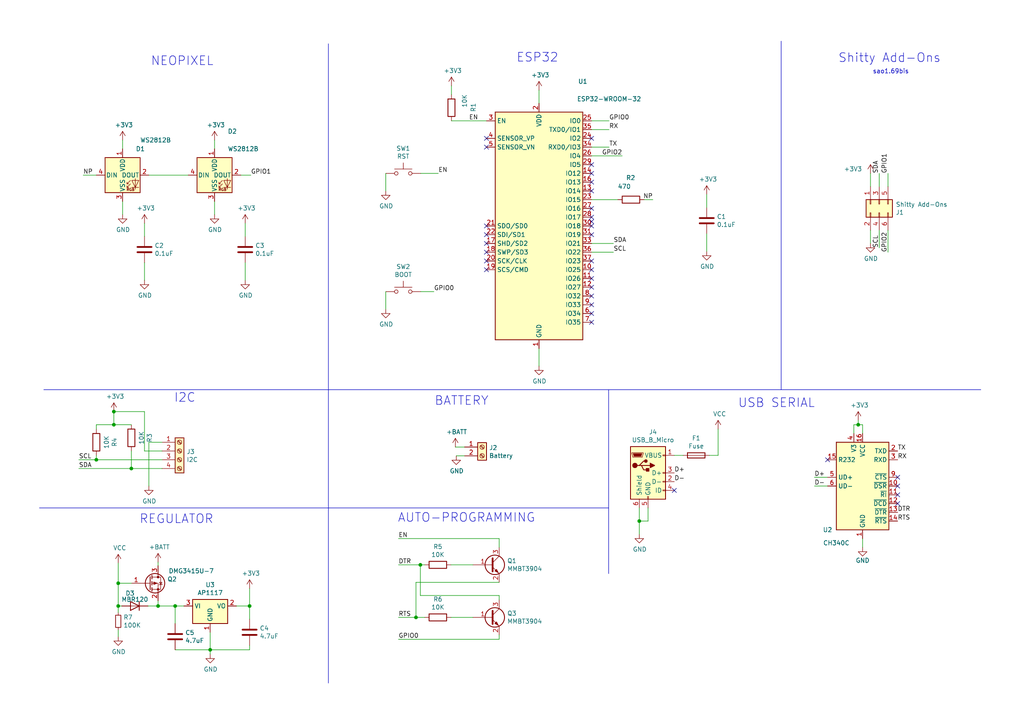
<source format=kicad_sch>
(kicad_sch (version 20230121) (generator eeschema)
  (paper "A4")
  (title_block (title "OWASP badge") (date "2020-01-09") (rev "1.0") (company "Electronic Cats") (comment 1 "Montserrat Figueroa"))
  (lib_symbols
    (symbol "Badge-OWASP-2020-rescue:+3.3V-power" (power) (pin_names (offset 0))
      (property "Value" "+3.3V-power" (at 0 3.556 0))
      (symbol "+3.3V-power_0_1"
        (polyline (pts (xy -0.762 1.27) (xy 0 2.54)))
        (polyline (pts (xy 0 0) (xy 0 2.54)))
        (polyline (pts (xy 0 2.54) (xy 0.762 1.27)))
      )
      (symbol "+3.3V-power_1_1"
        (pin power_in line (at 0 0 90) (length 0) hide (name "+3V3") (number "1"))
      )
    )
    (symbol "Badge-OWASP-2020-rescue:CH340C-Interface_USB2"
      (property "Reference" "U" (at -5.08 13.97 0))
      (property "Value" "CH340C-Interface_USB2" (at 1.27 13.97 0))
      (symbol "CH340C-Interface_USB2_0_1"
        (rectangle (start -7.62 12.7) (end 7.62 -12.7) (stroke (width 0.254)) (fill (type background)))
      )
      (symbol "CH340C-Interface_USB2_1_1"
        (pin power_in line (at 0 -15.24 90) (length 2.54) (name "GND") (number "1"))
        (pin input line (at 10.16 0 180) (length 2.54) (name "~{DSR}") (number "10"))
        (pin input line (at 10.16 -2.54 180) (length 2.54) (name "~{RI}") (number "11"))
        (pin input line (at 10.16 -5.08 180) (length 2.54) (name "~{DCD}") (number "12"))
        (pin output line (at 10.16 -7.62 180) (length 2.54) (name "~{DTR}") (number "13"))
        (pin output line (at 10.16 -10.16 180) (length 2.54) (name "~{RTS}") (number "14"))
        (pin input line (at -10.16 7.62 0) (length 2.54) (name "R232") (number "15"))
        (pin power_in line (at 0 15.24 270) (length 2.54) (name "VCC") (number "16"))
        (pin output line (at 10.16 10.16 180) (length 2.54) (name "TXD") (number "2"))
        (pin input line (at 10.16 7.62 180) (length 2.54) (name "RXD") (number "3"))
        (pin passive line (at -2.54 15.24 270) (length 2.54) (name "V3") (number "4"))
        (pin bidirectional line (at -10.16 2.54 0) (length 2.54) (name "UD+") (number "5"))
        (pin bidirectional line (at -10.16 0 0) (length 2.54) (name "UD-") (number "6"))
        (pin input line (at 10.16 2.54 180) (length 2.54) (name "~{CTS}") (number "9"))
      )
    )
    (symbol "Badge-OWASP-2020-rescue:DMG2301L-Transistor_FET" (pin_names (offset 0) hide)
      (property "Reference" "Q" (at 5.08 1.905 0))
      (property "Value" "DMG2301L-Transistor_FET" (at 5.08 0 0))
      (symbol "DMG2301L-Transistor_FET_0_1"
        (polyline (pts (xy -2.54 0) (xy 0.254 0)))
        (polyline (pts (xy 0.762 -1.778) (xy 2.54 -1.778)))
        (polyline (pts (xy 0.762 -1.27) (xy 0.762 -2.286)) (stroke (width 0.254)))
        (polyline (pts (xy 0.762 0) (xy 2.54 0)))
        (polyline (pts (xy 0.762 0.508) (xy 0.762 -0.508)) (stroke (width 0.254)))
        (polyline (pts (xy 0.762 1.778) (xy 2.54 1.778)))
        (polyline (pts (xy 0.762 2.286) (xy 0.762 1.27)) (stroke (width 0.254)))
        (polyline (pts (xy 2.54 -1.778) (xy 2.54 -2.54)))
        (polyline (pts (xy 2.54 -1.778) (xy 2.54 0)))
        (polyline (pts (xy 2.54 2.54) (xy 2.54 1.778)))
        (polyline (pts (xy 0.254 1.905) (xy 0.254 -1.905) (xy 0.254 -1.905)) (stroke (width 0.254)))
        (polyline (pts (xy 2.286 0) (xy 1.27 -0.381) (xy 1.27 0.381) (xy 2.286 0)) (fill (type outline)))
        (polyline (pts (xy 2.54 -1.778) (xy 3.302 -1.778) (xy 3.302 1.778) (xy 2.54 1.778)))
        (polyline (pts (xy 2.794 -0.508) (xy 2.921 -0.381) (xy 3.683 -0.381) (xy 3.81 -0.254)))
        (polyline (pts (xy 3.302 -0.381) (xy 2.921 0.254) (xy 3.683 0.254) (xy 3.302 -0.381)))
        (circle (center 1.651 0) (radius 2.8194) (stroke (width 0.254)))
        (circle (center 2.54 -1.778) (radius 0.2794) (fill (type outline)))
        (circle (center 2.54 1.778) (radius 0.2794) (fill (type outline)))
      )
      (symbol "DMG2301L-Transistor_FET_1_1"
        (pin input line (at -5.08 0 0) (length 2.54) (name "G") (number "1"))
        (pin passive line (at 2.54 -5.08 90) (length 2.54) (name "S") (number "2"))
        (pin passive line (at 2.54 5.08 270) (length 2.54) (name "D") (number "3"))
      )
    )
    (symbol "Badge-OWASP-2020-rescue:USB_B_Micro-Connector" (pin_names (offset 1.016))
      (property "Reference" "J" (at -5.08 11.43 0))
      (property "Value" "Connector_USB_B_Micro" (at -5.08 8.89 0))
      (symbol "USB_B_Micro-Connector_0_1"
        (rectangle (start -5.08 -7.62) (end 5.08 7.62) (stroke (width 0.254)) (fill (type background)))
        (circle (center -3.81 2.159) (radius 0.635) (stroke (width 0.254)) (fill (type outline)))
        (circle (center -0.635 3.429) (radius 0.381) (stroke (width 0.254)) (fill (type outline)))
        (rectangle (start -0.127 -7.62) (end 0.127 -6.858))
        (polyline (pts (xy -1.905 2.159) (xy 0.635 2.159)) (stroke (width 0.254)))
        (polyline (pts (xy -3.175 2.159) (xy -2.54 2.159) (xy -1.27 3.429) (xy -0.635 3.429)) (stroke (width 0.254)))
        (polyline (pts (xy -2.54 2.159) (xy -1.905 2.159) (xy -1.27 0.889) (xy 0 0.889)) (stroke (width 0.254)))
        (polyline (pts (xy 0.635 2.794) (xy 0.635 1.524) (xy 1.905 2.159) (xy 0.635 2.794)) (stroke (width 0.254)) (fill (type outline)))
        (polyline (pts (xy -4.318 5.588) (xy -1.778 5.588) (xy -2.032 4.826) (xy -4.064 4.826) (xy -4.318 5.588)) (fill (type outline)))
        (polyline (pts (xy -4.699 5.842) (xy -4.699 5.588) (xy -4.445 4.826) (xy -4.445 4.572) (xy -1.651 4.572) (xy -1.651 4.826) (xy -1.397 5.588) (xy -1.397 5.842) (xy -4.699 5.842)))
        (rectangle (start 0.254 1.27) (end -0.508 0.508) (stroke (width 0.254)) (fill (type outline)))
        (rectangle (start 5.08 -5.207) (end 4.318 -4.953))
        (rectangle (start 5.08 -2.667) (end 4.318 -2.413))
        (rectangle (start 5.08 -0.127) (end 4.318 0.127))
        (rectangle (start 5.08 4.953) (end 4.318 5.207))
      )
      (symbol "USB_B_Micro-Connector_1_1"
        (pin power_out line (at 7.62 5.08 180) (length 2.54) (name "VBUS") (number "1"))
        (pin passive line (at 7.62 -2.54 180) (length 2.54) (name "D-") (number "2"))
        (pin passive line (at 7.62 0 180) (length 2.54) (name "D+") (number "3"))
        (pin passive line (at 7.62 -5.08 180) (length 2.54) (name "ID") (number "4"))
        (pin power_out line (at 0 -10.16 90) (length 2.54) (name "GND") (number "5"))
        (pin passive line (at -2.54 -10.16 90) (length 2.54) (name "Shield") (number "6"))
      )
    )
    (symbol "Connector:Screw_Terminal_01x02" (pin_names (offset 1.016) hide)
      (property "Reference" "J" (at 0 2.54 0))
      (property "Value" "Screw_Terminal_01x02" (at 0 -5.08 0))
      (symbol "Screw_Terminal_01x02_1_1"
        (rectangle (start -1.27 1.27) (end 1.27 -3.81) (stroke (width 0.254)) (fill (type background)))
        (circle (center 0 -2.54) (radius 0.635) (stroke (width 0.1524)))
        (polyline (pts (xy -0.5334 -2.2098) (xy 0.3302 -3.048)) (stroke (width 0.1524)))
        (polyline (pts (xy -0.5334 0.3302) (xy 0.3302 -0.508)) (stroke (width 0.1524)))
        (polyline (pts (xy -0.3556 -2.032) (xy 0.508 -2.8702)) (stroke (width 0.1524)))
        (polyline (pts (xy -0.3556 0.508) (xy 0.508 -0.3302)) (stroke (width 0.1524)))
        (circle (center 0 0) (radius 0.635) (stroke (width 0.1524)))
        (pin passive line (at -5.08 0 0) (length 3.81) (name "Pin_1") (number "1"))
        (pin passive line (at -5.08 -2.54 0) (length 3.81) (name "Pin_2") (number "2"))
      )
    )
    (symbol "Connector:Screw_Terminal_01x04" (pin_names (offset 1.016) hide)
      (property "Reference" "J" (at 0 5.08 0))
      (property "Value" "Screw_Terminal_01x04" (at 0 -7.62 0))
      (symbol "Screw_Terminal_01x04_1_1"
        (rectangle (start -1.27 3.81) (end 1.27 -6.35) (stroke (width 0.254)) (fill (type background)))
        (circle (center 0 -5.08) (radius 0.635) (stroke (width 0.1524)))
        (circle (center 0 -2.54) (radius 0.635) (stroke (width 0.1524)))
        (polyline (pts (xy -0.5334 -4.7498) (xy 0.3302 -5.588)) (stroke (width 0.1524)))
        (polyline (pts (xy -0.5334 -2.2098) (xy 0.3302 -3.048)) (stroke (width 0.1524)))
        (polyline (pts (xy -0.5334 0.3302) (xy 0.3302 -0.508)) (stroke (width 0.1524)))
        (polyline (pts (xy -0.5334 2.8702) (xy 0.3302 2.032)) (stroke (width 0.1524)))
        (polyline (pts (xy -0.3556 -4.572) (xy 0.508 -5.4102)) (stroke (width 0.1524)))
        (polyline (pts (xy -0.3556 -2.032) (xy 0.508 -2.8702)) (stroke (width 0.1524)))
        (polyline (pts (xy -0.3556 0.508) (xy 0.508 -0.3302)) (stroke (width 0.1524)))
        (polyline (pts (xy -0.3556 3.048) (xy 0.508 2.2098)) (stroke (width 0.1524)))
        (circle (center 0 0) (radius 0.635) (stroke (width 0.1524)))
        (circle (center 0 2.54) (radius 0.635) (stroke (width 0.1524)))
        (pin passive line (at -5.08 2.54 0) (length 3.81) (name "Pin_1") (number "1"))
        (pin passive line (at -5.08 0 0) (length 3.81) (name "Pin_2") (number "2"))
        (pin passive line (at -5.08 -2.54 0) (length 3.81) (name "Pin_3") (number "3"))
        (pin passive line (at -5.08 -5.08 0) (length 3.81) (name "Pin_4") (number "4"))
      )
    )
    (symbol "Connector_Generic:Conn_02x03_Odd_Even" (pin_names (offset 1.016) hide)
      (property "Reference" "J" (at 1.27 5.08 0))
      (property "Value" "Conn_02x03_Odd_Even" (at 1.27 -5.08 0))
      (symbol "Conn_02x03_Odd_Even_1_1"
        (rectangle (start -1.27 -2.413) (end 0 -2.667) (stroke (width 0.1524)))
        (rectangle (start -1.27 0.127) (end 0 -0.127) (stroke (width 0.1524)))
        (rectangle (start -1.27 2.667) (end 0 2.413) (stroke (width 0.1524)))
        (rectangle (start -1.27 3.81) (end 3.81 -3.81) (stroke (width 0.254)) (fill (type background)))
        (rectangle (start 3.81 -2.413) (end 2.54 -2.667) (stroke (width 0.1524)))
        (rectangle (start 3.81 0.127) (end 2.54 -0.127) (stroke (width 0.1524)))
        (rectangle (start 3.81 2.667) (end 2.54 2.413) (stroke (width 0.1524)))
        (pin passive line (at -5.08 2.54 0) (length 3.81) (name "Pin_1") (number "1"))
        (pin passive line (at 7.62 2.54 180) (length 3.81) (name "Pin_2") (number "2"))
        (pin passive line (at -5.08 0 0) (length 3.81) (name "Pin_3") (number "3"))
        (pin passive line (at 7.62 0 180) (length 3.81) (name "Pin_4") (number "4"))
        (pin passive line (at -5.08 -2.54 0) (length 3.81) (name "Pin_5") (number "5"))
        (pin passive line (at 7.62 -2.54 180) (length 3.81) (name "Pin_6") (number "6"))
      )
    )
    (symbol "Device:C" (pin_numbers hide) (pin_names (offset 0.254))
      (property "Reference" "C" (at 0.635 2.54 0))
      (property "Value" "C" (at 0.635 -2.54 0))
      (symbol "C_0_1"
        (polyline (pts (xy -2.032 -0.762) (xy 2.032 -0.762)) (stroke (width 0.508)))
        (polyline (pts (xy -2.032 0.762) (xy 2.032 0.762)) (stroke (width 0.508)))
      )
      (symbol "C_1_1"
        (pin passive line (at 0 3.81 270) (length 2.794) (name "~") (number "1"))
        (pin passive line (at 0 -3.81 90) (length 2.794) (name "~") (number "2"))
      )
    )
    (symbol "Device:D" (pin_numbers hide) (pin_names (offset 1.016) hide)
      (property "Reference" "D" (at 0 2.54 0))
      (property "Value" "D" (at 0 -2.54 0))
      (symbol "D_0_1"
        (polyline (pts (xy -1.27 1.27) (xy -1.27 -1.27)) (stroke (width 0.254)))
        (polyline (pts (xy 1.27 0) (xy -1.27 0)))
        (polyline (pts (xy 1.27 1.27) (xy 1.27 -1.27) (xy -1.27 0) (xy 1.27 1.27)) (stroke (width 0.254)))
      )
      (symbol "D_1_1"
        (pin passive line (at -3.81 0 0) (length 2.54) (name "K") (number "1"))
        (pin passive line (at 3.81 0 180) (length 2.54) (name "A") (number "2"))
      )
    )
    (symbol "Device:Fuse" (pin_numbers hide) (pin_names (offset 0))
      (property "Reference" "F" (at 2.032 0 90))
      (property "Value" "Fuse" (at -1.905 0 90))
      (symbol "Fuse_0_1"
        (rectangle (start -0.762 -2.54) (end 0.762 2.54) (stroke (width 0.254)))
        (polyline (pts (xy 0 2.54) (xy 0 -2.54)))
      )
      (symbol "Fuse_1_1"
        (pin passive line (at 0 3.81 270) (length 1.27) (name "~") (number "1"))
        (pin passive line (at 0 -3.81 90) (length 1.27) (name "~") (number "2"))
      )
    )
    (symbol "Device:R" (pin_numbers hide) (pin_names (offset 0))
      (property "Reference" "R" (at 2.032 0 90))
      (property "Value" "R" (at 0 0 90))
      (symbol "R_0_1"
        (rectangle (start -1.016 -2.54) (end 1.016 2.54) (stroke (width 0.254)))
      )
      (symbol "R_1_1"
        (pin passive line (at 0 3.81 270) (length 1.27) (name "~") (number "1"))
        (pin passive line (at 0 -3.81 90) (length 1.27) (name "~") (number "2"))
      )
    )
    (symbol "Device:R_Small" (pin_numbers hide) (pin_names (offset 0.254) hide)
      (property "Reference" "R" (at 0.762 0.508 0))
      (property "Value" "R_Small" (at 0.762 -1.016 0))
      (symbol "R_Small_0_1"
        (rectangle (start -0.762 1.778) (end 0.762 -1.778) (stroke (width 0.2032)))
      )
      (symbol "R_Small_1_1"
        (pin passive line (at 0 2.54 270) (length 0.762) (name "~") (number "1"))
        (pin passive line (at 0 -2.54 90) (length 0.762) (name "~") (number "2"))
      )
    )
    (symbol "LED:WS2812B" (pin_names (offset 0.254))
      (property "Reference" "D" (at 5.08 5.715 0))
      (property "Value" "WS2812B" (at 1.27 -5.715 0))
      (symbol "WS2812B_0_0"
        (text "RGB" (at 2.286 -4.191 0) (effects (font (size 0.762 0.762))))
      )
      (symbol "WS2812B_0_1"
        (polyline (pts (xy 1.27 -3.556) (xy 1.778 -3.556)))
        (polyline (pts (xy 1.27 -2.54) (xy 1.778 -2.54)))
        (polyline (pts (xy 4.699 -3.556) (xy 2.667 -3.556)))
        (polyline (pts (xy 2.286 -2.54) (xy 1.27 -3.556) (xy 1.27 -3.048)))
        (polyline (pts (xy 2.286 -1.524) (xy 1.27 -2.54) (xy 1.27 -2.032)))
        (polyline (pts (xy 3.683 -1.016) (xy 3.683 -3.556) (xy 3.683 -4.064)))
        (polyline (pts (xy 4.699 -1.524) (xy 2.667 -1.524) (xy 3.683 -3.556) (xy 4.699 -1.524)))
        (rectangle (start 5.08 5.08) (end -5.08 -5.08) (stroke (width 0.254)) (fill (type background)))
      )
      (symbol "WS2812B_1_1"
        (pin power_in line (at 0 7.62 270) (length 2.54) (name "VDD") (number "1"))
        (pin output line (at 7.62 0 180) (length 2.54) (name "DOUT") (number "2"))
        (pin power_in line (at 0 -7.62 90) (length 2.54) (name "VSS") (number "3"))
        (pin input line (at -7.62 0 0) (length 2.54) (name "DIN") (number "4"))
      )
    )
    (symbol "RF_Module:ESP32-WROOM-32"
      (property "Reference" "U" (at -12.7 34.29 0))
      (property "Value" "ESP32-WROOM-32" (at 1.27 34.29 0))
      (symbol "ESP32-WROOM-32_0_1"
        (rectangle (start -12.7 33.02) (end 12.7 -33.02) (stroke (width 0.254)) (fill (type background)))
      )
      (symbol "ESP32-WROOM-32_1_1"
        (pin power_in line (at 0 -35.56 90) (length 2.54) (name "GND") (number "1"))
        (pin bidirectional line (at 15.24 -12.7 180) (length 2.54) (name "IO25") (number "10"))
        (pin bidirectional line (at 15.24 -15.24 180) (length 2.54) (name "IO26") (number "11"))
        (pin bidirectional line (at 15.24 -17.78 180) (length 2.54) (name "IO27") (number "12"))
        (pin bidirectional line (at 15.24 10.16 180) (length 2.54) (name "IO14") (number "13"))
        (pin bidirectional line (at 15.24 15.24 180) (length 2.54) (name "IO12") (number "14"))
        (pin passive line (at 0 -35.56 90) (length 2.54) hide (name "GND") (number "15"))
        (pin bidirectional line (at 15.24 12.7 180) (length 2.54) (name "IO13") (number "16"))
        (pin bidirectional line (at -15.24 -5.08 0) (length 2.54) (name "SHD/SD2") (number "17"))
        (pin bidirectional line (at -15.24 -7.62 0) (length 2.54) (name "SWP/SD3") (number "18"))
        (pin bidirectional line (at -15.24 -12.7 0) (length 2.54) (name "SCS/CMD") (number "19"))
        (pin power_in line (at 0 35.56 270) (length 2.54) (name "VDD") (number "2"))
        (pin bidirectional line (at -15.24 -10.16 0) (length 2.54) (name "SCK/CLK") (number "20"))
        (pin bidirectional line (at -15.24 0 0) (length 2.54) (name "SDO/SD0") (number "21"))
        (pin bidirectional line (at -15.24 -2.54 0) (length 2.54) (name "SDI/SD1") (number "22"))
        (pin bidirectional line (at 15.24 7.62 180) (length 2.54) (name "IO15") (number "23"))
        (pin bidirectional line (at 15.24 25.4 180) (length 2.54) (name "IO2") (number "24"))
        (pin bidirectional line (at 15.24 30.48 180) (length 2.54) (name "IO0") (number "25"))
        (pin bidirectional line (at 15.24 20.32 180) (length 2.54) (name "IO4") (number "26"))
        (pin bidirectional line (at 15.24 5.08 180) (length 2.54) (name "IO16") (number "27"))
        (pin bidirectional line (at 15.24 2.54 180) (length 2.54) (name "IO17") (number "28"))
        (pin bidirectional line (at 15.24 17.78 180) (length 2.54) (name "IO5") (number "29"))
        (pin input line (at -15.24 30.48 0) (length 2.54) (name "EN") (number "3"))
        (pin bidirectional line (at 15.24 0 180) (length 2.54) (name "IO18") (number "30"))
        (pin bidirectional line (at 15.24 -2.54 180) (length 2.54) (name "IO19") (number "31"))
        (pin no_connect line (at -12.7 -27.94 0) (length 2.54) hide (name "NC") (number "32"))
        (pin bidirectional line (at 15.24 -5.08 180) (length 2.54) (name "IO21") (number "33"))
        (pin bidirectional line (at 15.24 22.86 180) (length 2.54) (name "RXD0/IO3") (number "34"))
        (pin bidirectional line (at 15.24 27.94 180) (length 2.54) (name "TXD0/IO1") (number "35"))
        (pin bidirectional line (at 15.24 -7.62 180) (length 2.54) (name "IO22") (number "36"))
        (pin bidirectional line (at 15.24 -10.16 180) (length 2.54) (name "IO23") (number "37"))
        (pin passive line (at 0 -35.56 90) (length 2.54) hide (name "GND") (number "38"))
        (pin passive line (at 0 -35.56 90) (length 2.54) hide (name "GND") (number "39"))
        (pin input line (at -15.24 25.4 0) (length 2.54) (name "SENSOR_VP") (number "4"))
        (pin input line (at -15.24 22.86 0) (length 2.54) (name "SENSOR_VN") (number "5"))
        (pin input line (at 15.24 -25.4 180) (length 2.54) (name "IO34") (number "6"))
        (pin input line (at 15.24 -27.94 180) (length 2.54) (name "IO35") (number "7"))
        (pin bidirectional line (at 15.24 -20.32 180) (length 2.54) (name "IO32") (number "8"))
        (pin bidirectional line (at 15.24 -22.86 180) (length 2.54) (name "IO33") (number "9"))
      )
    )
    (symbol "Regulator_Linear:AP1117-15"
      (property "Reference" "U" (at -3.81 3.175 0))
      (property "Value" "AP1117-15" (at 0 3.175 0))
      (symbol "AP1117-15_0_1"
        (rectangle (start -5.08 -5.08) (end 5.08 1.905) (stroke (width 0.254)) (fill (type background)))
      )
      (symbol "AP1117-15_1_1"
        (pin power_in line (at 0 -7.62 90) (length 2.54) (name "GND") (number "1"))
        (pin power_out line (at 7.62 0 180) (length 2.54) (name "VO") (number "2"))
        (pin power_in line (at -7.62 0 0) (length 2.54) (name "VI") (number "3"))
      )
    )
    (symbol "Switch:SW_Push" (pin_numbers hide) (pin_names (offset 1.016) hide)
      (property "Reference" "SW" (at 1.27 2.54 0))
      (property "Value" "SW_Push" (at 0 -1.524 0))
      (symbol "SW_Push_0_1"
        (circle (center -2.032 0) (radius 0.508))
        (polyline (pts (xy 0 1.27) (xy 0 3.048)))
        (polyline (pts (xy 2.54 1.27) (xy -2.54 1.27)))
        (circle (center 2.032 0) (radius 0.508))
        (pin passive line (at -5.08 0 0) (length 2.54) (name "1") (number "1"))
        (pin passive line (at 5.08 0 180) (length 2.54) (name "2") (number "2"))
      )
    )
    (symbol "Transistor_BJT:MMBT3904" (pin_names (offset 0) hide)
      (property "Reference" "Q" (at 5.08 1.905 0))
      (property "Value" "MMBT3904" (at 5.08 0 0))
      (symbol "MMBT3904_0_1"
        (polyline (pts (xy 0.635 0.635) (xy 2.54 2.54)))
        (polyline (pts (xy 0.635 -0.635) (xy 2.54 -2.54) (xy 2.54 -2.54)))
        (polyline (pts (xy 0.635 1.905) (xy 0.635 -1.905) (xy 0.635 -1.905)) (stroke (width 0.508)))
        (polyline (pts (xy 1.27 -1.778) (xy 1.778 -1.27) (xy 2.286 -2.286) (xy 1.27 -1.778) (xy 1.27 -1.778)) (fill (type outline)))
        (circle (center 1.27 0) (radius 2.8194) (stroke (width 0.254)))
      )
      (symbol "MMBT3904_1_1"
        (pin input line (at -5.08 0 0) (length 5.715) (name "B") (number "1"))
        (pin passive line (at 2.54 -5.08 90) (length 2.54) (name "E") (number "2"))
        (pin passive line (at 2.54 5.08 270) (length 2.54) (name "C") (number "3"))
      )
    )
    (symbol "power:+BATT" (power) (pin_names (offset 0))
      (property "Value" "+BATT" (at 0 3.556 0))
      (symbol "+BATT_0_1"
        (polyline (pts (xy -0.762 1.27) (xy 0 2.54)))
        (polyline (pts (xy 0 0) (xy 0 2.54)))
        (polyline (pts (xy 0 2.54) (xy 0.762 1.27)))
      )
      (symbol "+BATT_1_1"
        (pin power_in line (at 0 0 90) (length 0) hide (name "+BATT") (number "1"))
      )
    )
    (symbol "power:GND" (power) (pin_names (offset 0))
      (property "Value" "GND" (at 0 -3.81 0))
      (symbol "GND_0_1"
        (polyline (pts (xy 0 0) (xy 0 -1.27) (xy 1.27 -1.27) (xy 0 -2.54) (xy -1.27 -1.27) (xy 0 -1.27)))
      )
      (symbol "GND_1_1"
        (pin power_in line (at 0 0 270) (length 0) hide (name "GND") (number "1"))
      )
    )
    (symbol "power:VCC" (power) (pin_names (offset 0))
      (property "Value" "VCC" (at 0 3.81 0))
      (symbol "VCC_0_1"
        (polyline (pts (xy -0.762 1.27) (xy 0 2.54)))
        (polyline (pts (xy 0 0) (xy 0 2.54)))
        (polyline (pts (xy 0 2.54) (xy 0.762 1.27)))
      )
      (symbol "VCC_1_1"
        (pin power_in line (at 0 0 90) (length 0) hide (name "VCC") (number "1"))
      )
    )
  )
  (junction (at 34.29 175.768))
  (junction (at 34.29 169.164))
  (junction (at 33.02 119.38))
  (junction (at 60.96 188.468))
  (junction (at 121.92 163.83))
  (junction (at 45.847 175.768))
  (junction (at 185.42 151.13))
  (junction (at 50.8 175.768))
  (junction (at 27.94 133.35))
  (junction (at 33.02 123.19))
  (junction (at 120.65 179.07))
  (junction (at 72.39 175.768))
  (junction (at 38.1 135.89))
  (junction (at 248.92 123.19))
  (no_connect (at 171.577 68.072))
  (no_connect (at 260.35 146.05))
  (no_connect (at 260.35 138.43))
  (no_connect (at 260.35 140.97))
  (no_connect (at 141.097 68.072))
  (no_connect (at 171.577 52.832))
  (no_connect (at 141.097 70.612))
  (no_connect (at 171.577 90.932))
  (no_connect (at 171.577 50.292))
  (no_connect (at 240.03 133.35))
  (no_connect (at 171.577 62.992))
  (no_connect (at 141.097 78.232))
  (no_connect (at 171.577 60.452))
  (no_connect (at 171.577 85.852))
  (no_connect (at 141.097 65.532))
  (no_connect (at 171.577 83.312))
  (no_connect (at 141.097 40.132))
  (no_connect (at 171.577 80.772))
  (no_connect (at 171.577 65.532))
  (no_connect (at 141.097 42.672))
  (no_connect (at 171.577 40.132))
  (no_connect (at 195.58 142.24))
  (no_connect (at 141.097 73.152))
  (no_connect (at 171.577 78.232))
  (no_connect (at 141.097 75.692))
  (no_connect (at 171.577 75.692))
  (no_connect (at 171.577 55.372))
  (no_connect (at 171.577 64.262))
  (no_connect (at 171.577 93.472))
  (no_connect (at 260.35 143.51))
  (no_connect (at 171.577 88.392))
  (no_connect (at 171.577 47.752))
  (wire (pts (xy 208.28 132.08) (xy 208.28 124.46)))
  (wire (pts (xy 250.19 123.19) (xy 248.92 123.19)))
  (wire (pts (xy 72.39 179.578) (xy 72.39 175.768)))
  (wire (pts (xy 72.39 187.198) (xy 72.39 188.468)))
  (wire (pts (xy 27.94 133.35) (xy 46.99 133.35)))
  (wire (pts (xy 171.577 73.152) (xy 177.927 73.152)))
  (wire (pts (xy 204.978 60.198) (xy 204.978 56.388)))
  (wire (pts (xy 45.847 175.768) (xy 45.847 174.244)))
  (wire (pts (xy 41.91 64.77) (xy 41.91 68.58)))
  (wire (pts (xy 186.817 57.912) (xy 189.357 57.912)))
  (wire (pts (xy 71.12 76.2) (xy 71.12 81.28)))
  (wire (pts (xy 43.18 128.27) (xy 43.18 140.97)))
  (wire (pts (xy 42.926 175.768) (xy 45.847 175.768)))
  (wire (pts (xy 121.92 163.83) (xy 115.57 163.83)))
  (wire (pts (xy 35.306 175.768) (xy 34.29 175.768)))
  (polyline (pts (xy 176.53 147.32) (xy 11.43 147.32)))
  (wire (pts (xy 120.65 168.91) (xy 120.65 179.07)))
  (wire (pts (xy 27.94 123.19) (xy 27.94 124.46)))
  (wire (pts (xy 130.937 35.052) (xy 141.097 35.052)))
  (wire (pts (xy 171.577 42.672) (xy 176.657 42.672)))
  (wire (pts (xy 41.91 76.2) (xy 41.91 81.28)))
  (wire (pts (xy 22.86 133.35) (xy 27.94 133.35)))
  (wire (pts (xy 35.56 58.42) (xy 35.56 62.23)))
  (wire (pts (xy 35.56 43.18) (xy 35.56 40.64)))
  (wire (pts (xy 45.847 175.768) (xy 50.8 175.768)))
  (polyline (pts (xy 176.53 166.37) (xy 176.53 113.03)))
  (wire (pts (xy 38.1 135.89) (xy 22.86 135.89)))
  (wire (pts (xy 144.78 156.21) (xy 115.57 156.21)))
  (wire (pts (xy 144.78 158.75) (xy 144.78 156.21)))
  (wire (pts (xy 144.78 184.15) (xy 144.78 185.42)))
  (wire (pts (xy 240.03 138.43) (xy 236.22 138.43)))
  (wire (pts (xy 144.78 185.42) (xy 115.57 185.42)))
  (wire (pts (xy 134.747 132.207) (xy 132.334 132.207)))
  (wire (pts (xy 123.19 163.83) (xy 121.92 163.83)))
  (wire (pts (xy 204.978 67.818) (xy 204.978 72.898)))
  (wire (pts (xy 179.197 57.912) (xy 171.577 57.912)))
  (wire (pts (xy 250.19 158.75) (xy 250.19 156.21)))
  (wire (pts (xy 54.61 50.8) (xy 43.18 50.8)))
  (wire (pts (xy 195.58 132.08) (xy 198.12 132.08)))
  (wire (pts (xy 255.016 50.292) (xy 255.016 54.102)))
  (wire (pts (xy 50.8 188.468) (xy 60.96 188.468)))
  (wire (pts (xy 185.42 154.94) (xy 185.42 151.13)))
  (wire (pts (xy 122.047 50.292) (xy 127.127 50.292)))
  (wire (pts (xy 71.12 68.58) (xy 71.12 64.77)))
  (wire (pts (xy 62.23 58.42) (xy 62.23 62.23)))
  (wire (pts (xy 250.19 125.73) (xy 250.19 123.19)))
  (wire (pts (xy 111.887 89.662) (xy 111.887 84.582)))
  (wire (pts (xy 120.65 179.07) (xy 115.57 179.07)))
  (wire (pts (xy 134.747 129.667) (xy 132.08 129.667)))
  (wire (pts (xy 156.337 29.972) (xy 156.337 26.162)))
  (wire (pts (xy 144.78 173.99) (xy 144.78 172.72)))
  (wire (pts (xy 38.227 169.164) (xy 34.29 169.164)))
  (wire (pts (xy 121.92 172.72) (xy 121.92 163.83)))
  (wire (pts (xy 46.99 135.89) (xy 38.1 135.89)))
  (wire (pts (xy 41.91 130.81) (xy 41.91 119.38)))
  (wire (pts (xy 60.96 183.388) (xy 60.96 188.468)))
  (wire (pts (xy 33.02 123.19) (xy 38.1 123.19)))
  (wire (pts (xy 171.577 35.052) (xy 176.657 35.052)))
  (wire (pts (xy 252.476 66.802) (xy 252.476 70.612)))
  (wire (pts (xy 34.29 169.164) (xy 34.29 163.322)))
  (wire (pts (xy 187.96 147.32) (xy 187.96 151.13)))
  (wire (pts (xy 50.8 180.848) (xy 50.8 175.768)))
  (wire (pts (xy 34.29 175.768) (xy 34.29 169.164)))
  (wire (pts (xy 34.29 182.753) (xy 34.29 184.658)))
  (wire (pts (xy 46.99 130.81) (xy 41.91 130.81)))
  (wire (pts (xy 60.96 188.468) (xy 60.96 189.738)))
  (wire (pts (xy 257.556 54.102) (xy 257.556 50.292)))
  (wire (pts (xy 34.29 177.673) (xy 34.29 175.768)))
  (wire (pts (xy 255.016 66.802) (xy 255.016 71.882)))
  (wire (pts (xy 156.337 101.092) (xy 156.337 106.172)))
  (wire (pts (xy 53.34 175.768) (xy 50.8 175.768)))
  (wire (pts (xy 252.476 50.292) (xy 252.476 54.102)))
  (wire (pts (xy 111.887 50.292) (xy 111.887 55.372)))
  (wire (pts (xy 130.937 27.432) (xy 130.937 24.892)))
  (wire (pts (xy 72.39 188.468) (xy 60.96 188.468)))
  (wire (pts (xy 257.556 66.802) (xy 257.556 73.152)))
  (wire (pts (xy 72.39 170.688) (xy 72.39 175.768)))
  (polyline (pts (xy 95.25 12.7) (xy 95.25 198.12)))
  (wire (pts (xy 69.85 50.8) (xy 72.771 50.8)))
  (wire (pts (xy 45.847 164.084) (xy 45.847 163.068)))
  (wire (pts (xy 27.94 123.19) (xy 33.02 123.19)))
  (wire (pts (xy 205.74 132.08) (xy 208.28 132.08)))
  (polyline (pts (xy 12.7 113.03) (xy 284.48 113.03)))
  (wire (pts (xy 72.39 175.768) (xy 68.58 175.768)))
  (wire (pts (xy 144.78 172.72) (xy 121.92 172.72)))
  (wire (pts (xy 171.577 37.592) (xy 176.657 37.592)))
  (wire (pts (xy 171.577 70.612) (xy 177.927 70.612)))
  (wire (pts (xy 240.03 140.97) (xy 236.22 140.97)))
  (wire (pts (xy 247.65 123.19) (xy 247.65 125.73)))
  (wire (pts (xy 62.23 43.18) (xy 62.23 40.64)))
  (wire (pts (xy 46.99 128.27) (xy 43.18 128.27)))
  (wire (pts (xy 137.16 179.07) (xy 130.81 179.07)))
  (polyline (pts (xy 226.568 113.03) (xy 226.568 11.938)))
  (wire (pts (xy 144.78 168.91) (xy 120.65 168.91)))
  (wire (pts (xy 137.16 163.83) (xy 130.81 163.83)))
  (wire (pts (xy 33.02 119.38) (xy 33.02 123.19)))
  (wire (pts (xy 187.96 151.13) (xy 185.42 151.13)))
  (wire (pts (xy 122.047 84.582) (xy 125.857 84.582)))
  (wire (pts (xy 123.19 179.07) (xy 120.65 179.07)))
  (wire (pts (xy 27.94 132.08) (xy 27.94 133.35)))
  (wire (pts (xy 38.1 130.81) (xy 38.1 135.89)))
  (wire (pts (xy 41.91 119.38) (xy 33.02 119.38)))
  (wire (pts (xy 185.42 151.13) (xy 185.42 147.32)))
  (wire (pts (xy 248.92 123.19) (xy 247.65 123.19)))
  (wire (pts (xy 180.467 45.212) (xy 171.577 45.212)))
  (wire (pts (xy 27.94 50.8) (xy 24.13 50.8)))
  (wire (pts (xy 248.92 121.92) (xy 248.92 123.19)))
  (text "REGULATOR" (at 40.386 152.146 0) (effects (font (size 2.54 2.54)) (justify left bottom)))
  (text "BATTERY" (at 125.984 117.856 0) (effects (font (size 2.54 2.54)) (justify left bottom)))
  (text "sao1.69bis" (at 253.111 21.59 0) (effects (font (size 1.27 1.27)) (justify left bottom)))
  (text "ESP32" (at 149.733 18.288 0) (effects (font (size 2.54 2.54)) (justify left bottom)))
  (text "Shitty Add-Ons" (at 243.078 18.415 0) (effects (font (size 2.54 2.54)) (justify left bottom)))
  (text "USB SERIAL" (at 213.995 118.491 0) (effects (font (size 2.54 2.54)) (justify left bottom)))
  (text "AUTO-PROGRAMMING" (at 115.316 151.765 0) (effects (font (size 2.54 2.54)) (justify left bottom)))
  (text "I2C" (at 50.419 116.967 0) (effects (font (size 2.54 2.54)) (justify left bottom)))
  (text "NEOPIXEL" (at 43.688 19.304 0) (effects (font (size 2.54 2.54)) (justify left bottom)))
  (label "GPIO1" (at 72.771 50.8 0))
  (label "D-" (at 195.58 139.7 0))
  (label "NP" (at 189.357 57.912 180))
  (label "DTR" (at 115.57 163.83 0))
  (label "TX" (at 176.657 42.672 0))
  (label "D-" (at 236.22 140.97 0))
  (label "RX" (at 176.657 37.592 0))
  (label "GPIO0" (at 125.857 84.582 0))
  (label "GPIO1" (at 257.556 50.292 90))
  (label "SDA" (at 255.016 50.292 90))
  (label "EN" (at 115.57 156.21 0))
  (label "RTS" (at 115.57 179.07 0))
  (label "GPIO2" (at 257.556 73.152 90))
  (label "GPIO2" (at 180.467 45.212 180))
  (label "NP" (at 24.13 50.8 0))
  (label "SCL" (at 177.927 73.152 0))
  (label "SCL" (at 22.86 133.35 0))
  (label "D+" (at 236.22 138.43 0))
  (label "TX" (at 260.35 130.81 0))
  (label "EN" (at 127.127 50.292 0))
  (label "RX" (at 260.35 133.35 0))
  (label "DTR" (at 260.35 148.59 0))
  (label "GPIO0" (at 115.57 185.42 0))
  (label "EN" (at 136.017 35.052 0))
  (label "SCL" (at 255.016 71.882 90))
  (label "SDA" (at 177.927 70.612 0))
  (label "D+" (at 195.58 137.16 0))
  (label "SDA" (at 22.86 135.89 0))
  (label "RTS" (at 260.35 151.13 0))
  (label "GPIO0" (at 176.657 35.052 0))
  (symbol (lib_id "Badge-OWASP-2020-rescue:CH340C-Interface_USB2") (at 250.19 140.97 0) (unit 1)
    (property "Reference" "U2" (at 240.03 153.67 0))
    (property "Value" "CH340C" (at 242.57 157.48 0))
    (property "Footprint" "Package_SO:SOIC-16_3.9x9.9mm_P1.27mm" (effects hide))
    (property "Datasheet" "http://www.datasheet5.com/pdf-local-2195953" (effects hide))
    (property "manf#" "CH340C" (effects hide))
    (property "lscs#" "C84681" (effects hide))
  )
  (symbol (lib_id "power:GND") (at 185.42 154.94 0) (unit 1)
    (property "Reference" "#PWR024" (effects hide))
    (property "Value" "GND" (at 185.547 159.3342 0))
  )
  (symbol (lib_id "Badge-OWASP-2020-rescue:+3.3V-power") (at 248.92 121.92 0) (unit 1)
    (property "Reference" "#PWR019" (effects hide))
    (property "Value" "+3.3V" (at 249.301 117.5258 0))
  )
  (symbol (lib_id "Device:Fuse") (at 201.93 132.08 270) (unit 1)
    (property "Reference" "F1" (at 201.93 127.0762 90))
    (property "Value" "Fuse" (at 201.93 129.3876 90))
    (property "Footprint" "Fuse:Fuse_1812_4532Metric_Pad1.30x3.40mm_HandSolder" (effects hide))
    (property "manf#" "JK-MSMD030" (effects hide))
    (property "lscs#" "C369166" (effects hide))
  )
  (symbol (lib_id "power:VCC") (at 208.28 124.46 0) (unit 1)
    (property "Reference" "#PWR020" (effects hide))
    (property "Value" "VCC" (at 208.7118 120.0658 0))
  )
  (symbol (lib_id "Regulator_Linear:AP1117-15") (at 60.96 175.768 0) (unit 1)
    (property "Reference" "U3" (at 60.96 169.6212 0))
    (property "Value" "AP1117" (at 60.96 171.9326 0))
    (property "Footprint" "Package_TO_SOT_SMD:SOT-223-3_TabPin2" (effects hide))
    (property "Datasheet" "http://www.diodes.com/datasheets/AP1117.pdf" (effects hide))
    (property "manf#" "AP1117E33G-13" (effects hide))
    (property "lscs#" "C108785" (effects hide))
  )
  (symbol (lib_id "Device:C") (at 72.39 183.388 0) (unit 1)
    (property "Reference" "C4" (at 75.311 182.2196 0) (effects (justify left)))
    (property "Value" "4.7uF" (at 75.311 184.531 0) (effects (justify left)))
    (property "Footprint" "Capacitor_SMD:C_0805_2012Metric_Pad1.15x1.40mm_HandSolder" (effects hide))
    (property "lscs#" "C385902" (effects hide))
    (property "manf#" "EMK212BJ475KG-T" (effects hide))
  )
  (symbol (lib_id "Device:C") (at 50.8 184.658 0) (unit 1)
    (property "Reference" "C5" (at 53.721 183.4896 0) (effects (justify left)))
    (property "Value" "4.7uF" (at 53.721 185.801 0) (effects (justify left)))
    (property "Footprint" "Capacitor_SMD:C_0805_2012Metric_Pad1.15x1.40mm_HandSolder" (effects hide))
    (property "lscs#" "C385902" (effects hide))
    (property "manf#" "EMK212BJ475KG-T" (effects hide))
  )
  (symbol (lib_id "power:GND") (at 60.96 189.738 0) (unit 1)
    (property "Reference" "#PWR030" (effects hide))
    (property "Value" "GND" (at 61.087 194.1322 0))
  )
  (symbol (lib_id "Badge-OWASP-2020-rescue:+3.3V-power") (at 72.39 170.688 0) (unit 1)
    (property "Reference" "#PWR028" (effects hide))
    (property "Value" "+3.3V" (at 72.771 166.2938 0))
  )
  (symbol (lib_id "power:VCC") (at 34.29 163.322 0) (unit 1)
    (property "Reference" "#PWR027" (effects hide))
    (property "Value" "VCC" (at 34.7218 158.9278 0))
  )
  (symbol (lib_id "Device:D") (at 39.116 175.768 180) (unit 1)
    (property "Reference" "D3" (at 37.719 172.085 0))
    (property "Value" "MBR120" (at 39.116 173.863 0))
    (property "Footprint" "Diode_SMD:D_SOD-123F" (effects hide))
    (property "manf#" "MBR120LSF" (effects hide))
    (property "lscs#" "C130880" (effects hide))
  )
  (symbol (lib_id "Transistor_BJT:MMBT3904") (at 142.24 163.83 0) (unit 1)
    (property "Reference" "Q1" (at 147.0914 162.6616 0) (effects (justify left)))
    (property "Value" "MMBT3904" (at 147.0914 164.973 0) (effects (justify left)))
    (property "Footprint" "Package_TO_SOT_SMD:SOT-23" (effects hide))
    (property "Datasheet" "https://www.fairchildsemi.com/datasheets/2N/2N3904.pdf" (effects hide))
    (property "manf#" "MMBT3904" (effects hide))
    (property "lscs#" "C181119" (effects hide))
  )
  (symbol (lib_id "Transistor_BJT:MMBT3904") (at 142.24 179.07 0) (unit 1)
    (property "Reference" "Q3" (at 147.0914 177.9016 0) (effects (justify left)))
    (property "Value" "MMBT3904" (at 147.0914 180.213 0) (effects (justify left)))
    (property "Footprint" "Package_TO_SOT_SMD:SOT-23" (effects hide))
    (property "Datasheet" "https://www.fairchildsemi.com/datasheets/2N/2N3904.pdf" (effects hide))
    (property "manf#" "MMBT3904" (effects hide))
    (property "lscs#" "C181119" (effects hide))
  )
  (symbol (lib_id "Device:R") (at 127 163.83 270) (unit 1)
    (property "Reference" "R5" (at 127 158.5722 90))
    (property "Value" "10K" (at 127 160.8836 90))
    (property "Footprint" "Resistor_SMD:R_0805_2012Metric_Pad1.15x1.40mm_HandSolder" (effects hide))
    (property "manf#" "0805W8J0103T5E" (effects hide))
    (property "lscs#" "C25612" (effects hide))
  )
  (symbol (lib_id "Device:R") (at 127 179.07 270) (unit 1)
    (property "Reference" "R6" (at 127 173.8122 90))
    (property "Value" "10K" (at 127 176.1236 90))
    (property "Footprint" "Resistor_SMD:R_0805_2012Metric_Pad1.15x1.40mm_HandSolder" (effects hide))
    (property "manf#" "0805W8J0103T5E" (effects hide))
    (property "lscs#" "C25612" (effects hide))
  )
  (symbol (lib_id "RF_Module:ESP32-WROOM-32") (at 156.337 65.532 0) (unit 1)
    (property "Reference" "U1" (at 169.037 23.622 0))
    (property "Value" "ESP32-WROOM-32" (at 176.657 28.702 0))
    (property "Footprint" "RF_Module:ESP32-WROOM-32" (effects hide))
    (property "Datasheet" "https://www.espressif.com/sites/default/files/documentation/esp32-wroom-32_datasheet_en.pdf" (effects hide))
    (property "manf#" "ESP32-WROOM-32" (effects hide))
    (property "lscs#" "-" (effects hide))
  )
  (symbol (lib_id "LED:WS2812B") (at 35.56 50.8 0) (unit 1)
    (property "Reference" "D1" (at 39.37 43.18 0) (effects (justify left)))
    (property "Value" "WS2812B" (at 40.64 40.64 0) (effects (justify left)))
    (property "Footprint" "LED_SMD:LED_SK6812MINI_PLCC4_3.5x3.5mm_P1.75mm" (effects hide))
    (property "Datasheet" "https://cdn-shop.adafruit.com/datasheets/WS2812B.pdf" (effects hide))
    (property "manf#" "WS2812B-Mini" (effects hide))
    (property "lscs#" "C114583" (effects hide))
  )
  (symbol (lib_id "LED:WS2812B") (at 62.23 50.8 0) (unit 1)
    (property "Reference" "D2" (at 66.04 38.1 0) (effects (justify left)))
    (property "Value" "WS2812B" (at 66.04 43.18 0) (effects (justify left)))
    (property "Footprint" "LED_SMD:LED_SK6812MINI_PLCC4_3.5x3.5mm_P1.75mm" (effects hide))
    (property "Datasheet" "https://cdn-shop.adafruit.com/datasheets/WS2812B.pdf" (effects hide))
    (property "manf#" "WS2812B-Mini" (effects hide))
    (property "lscs#" "C114583" (effects hide))
  )
  (symbol (lib_id "Device:C") (at 71.12 72.39 0) (unit 1)
    (property "Reference" "C3" (at 74.041 71.2216 0) (effects (justify left)))
    (property "Value" "0.1uF" (at 74.041 73.533 0) (effects (justify left)))
    (property "Footprint" "Capacitor_SMD:C_0805_2012Metric_Pad1.15x1.40mm_HandSolder" (effects hide))
    (property "lscs#" "C376923" (effects hide))
    (property "manf#" "TCC0805X7R104K250DTS" (effects hide))
  )
  (symbol (lib_id "Device:C") (at 41.91 72.39 0) (unit 1)
    (property "Reference" "C2" (at 44.831 71.2216 0) (effects (justify left)))
    (property "Value" "0.1uF" (at 44.831 73.533 0) (effects (justify left)))
    (property "Footprint" "Capacitor_SMD:C_0805_2012Metric_Pad1.15x1.40mm_HandSolder" (effects hide))
    (property "lscs#" "C376923" (effects hide))
    (property "manf#" "TCC0805X7R104K250DTS" (effects hide))
  )
  (symbol (lib_id "power:GND") (at 41.91 81.28 0) (unit 1)
    (property "Reference" "#PWR013" (effects hide))
    (property "Value" "GND" (at 42.037 85.6742 0))
  )
  (symbol (lib_id "power:GND") (at 250.19 158.75 0) (unit 1)
    (property "Reference" "#PWR025" (effects hide))
    (property "Value" "GND" (at 250.19 162.56 0))
  )
  (symbol (lib_id "Device:R") (at 27.94 128.27 180) (unit 1)
    (property "Reference" "R4" (at 33.1978 128.27 90))
    (property "Value" "10K" (at 30.8864 128.27 90))
    (property "Footprint" "Resistor_SMD:R_0805_2012Metric_Pad1.15x1.40mm_HandSolder" (effects hide))
    (property "manf#" "0805W8J0103T5E" (effects hide))
    (property "lscs#" "C25612" (effects hide))
  )
  (symbol (lib_id "Device:R") (at 38.1 127 180) (unit 1)
    (property "Reference" "R3" (at 43.3578 127 90))
    (property "Value" "10K" (at 41.0464 127 90))
    (property "Footprint" "Resistor_SMD:R_0805_2012Metric_Pad1.15x1.40mm_HandSolder" (effects hide))
    (property "manf#" "0805W8J0103T5E" (effects hide))
    (property "lscs#" "C25612" (effects hide))
  )
  (symbol (lib_id "Connector:Screw_Terminal_01x04") (at 52.07 130.81 0) (unit 1)
    (property "Reference" "J3" (at 54.102 131.0132 0) (effects (justify left)))
    (property "Value" "I2C" (at 54.102 133.3246 0) (effects (justify left)))
    (property "Footprint" "Connector_PinHeader_2.54mm:PinHeader_1x04_P2.54mm_Vertical" (effects hide))
    (property "manf#" "-" (effects hide))
    (property "lscs#" "-" (effects hide))
  )
  (symbol (lib_id "Badge-OWASP-2020-rescue:+3.3V-power") (at 33.02 119.38 0) (unit 1)
    (property "Reference" "#PWR018" (effects hide))
    (property "Value" "+3.3V" (at 33.401 114.9858 0))
  )
  (symbol (lib_id "power:GND") (at 43.18 140.97 0) (unit 1)
    (property "Reference" "#PWR023" (effects hide))
    (property "Value" "GND" (at 43.307 145.3642 0))
  )
  (symbol (lib_id "Badge-OWASP-2020-rescue:+3.3V-power") (at 35.56 40.64 0) (unit 1)
    (property "Reference" "#PWR04" (effects hide))
    (property "Value" "+3.3V" (at 35.941 36.2458 0))
  )
  (symbol (lib_id "Badge-OWASP-2020-rescue:+3.3V-power") (at 62.23 40.64 0) (unit 1)
    (property "Reference" "#PWR05" (effects hide))
    (property "Value" "+3.3V" (at 62.611 36.2458 0))
  )
  (symbol (lib_id "Badge-OWASP-2020-rescue:+3.3V-power") (at 41.91 64.77 0) (unit 1)
    (property "Reference" "#PWR011" (effects hide))
    (property "Value" "+3.3V" (at 42.291 60.3758 0))
  )
  (symbol (lib_id "Badge-OWASP-2020-rescue:+3.3V-power") (at 71.12 64.77 0) (unit 1)
    (property "Reference" "#PWR012" (effects hide))
    (property "Value" "+3.3V" (at 71.501 60.3758 0))
  )
  (symbol (lib_id "power:GND") (at 71.12 81.28 0) (unit 1)
    (property "Reference" "#PWR014" (effects hide))
    (property "Value" "GND" (at 71.247 85.6742 0))
  )
  (symbol (lib_id "power:GND") (at 62.23 62.23 0) (unit 1)
    (property "Reference" "#PWR09" (effects hide))
    (property "Value" "GND" (at 62.357 66.6242 0))
  )
  (symbol (lib_id "power:GND") (at 35.56 62.23 0) (unit 1)
    (property "Reference" "#PWR08" (effects hide))
    (property "Value" "GND" (at 35.687 66.6242 0))
  )
  (symbol (lib_id "Device:C") (at 204.978 64.008 0) (unit 1)
    (property "Reference" "C1" (at 207.899 62.8396 0) (effects (justify left)))
    (property "Value" "0.1uF" (at 207.899 65.151 0) (effects (justify left)))
    (property "Footprint" "Capacitor_SMD:C_0805_2012Metric_Pad1.15x1.40mm_HandSolder" (effects hide))
    (property "lscs#" "C376923" (effects hide))
    (property "manf#" "TCC0805X7R104K250DTS" (effects hide))
  )
  (symbol (lib_id "Badge-OWASP-2020-rescue:+3.3V-power") (at 252.476 50.292 0) (unit 1)
    (property "Reference" "#PWR010" (effects hide))
    (property "Value" "+3.3V" (at 247.396 49.022 0))
  )
  (symbol (lib_id "power:GND") (at 204.978 72.898 0) (unit 1)
    (property "Reference" "#PWR06" (effects hide))
    (property "Value" "GND" (at 205.105 77.2922 0))
  )
  (symbol (lib_id "Badge-OWASP-2020-rescue:+3.3V-power") (at 156.337 26.162 0) (unit 1)
    (property "Reference" "#PWR02" (effects hide))
    (property "Value" "+3.3V" (at 156.718 21.7678 0))
  )
  (symbol (lib_id "power:GND") (at 156.337 106.172 0) (unit 1)
    (property "Reference" "#PWR017" (effects hide))
    (property "Value" "GND" (at 156.464 110.5662 0))
  )
  (symbol (lib_id "Device:R") (at 130.937 31.242 180) (unit 1)
    (property "Reference" "R1" (at 137.287 32.512 90) (effects (justify right)))
    (property "Value" "10K" (at 134.747 31.242 90) (effects (justify right)))
    (property "Footprint" "Resistor_SMD:R_0805_2012Metric_Pad1.15x1.40mm_HandSolder" (effects hide))
    (property "manf#" "0805W8J0103T5E" (effects hide))
    (property "lscs#" "C25612" (effects hide))
  )
  (symbol (lib_id "Device:R") (at 183.007 57.912 270) (unit 1)
    (property "Reference" "R2" (at 184.277 51.562 90) (effects (justify right)))
    (property "Value" "470" (at 183.007 54.102 90) (effects (justify right)))
    (property "Footprint" "Resistor_SMD:R_0805_2012Metric_Pad1.15x1.40mm_HandSolder" (effects hide))
    (property "lscs#" "C119076" (effects hide))
    (property "manf#" "RS-05K471JT" (effects hide))
  )
  (symbol (lib_id "Badge-OWASP-2020-rescue:+3.3V-power") (at 130.937 24.892 0) (unit 1)
    (property "Reference" "#PWR01" (effects hide))
    (property "Value" "+3.3V" (at 131.318 20.4978 0))
  )
  (symbol (lib_id "Connector_Generic:Conn_02x03_Odd_Even") (at 255.016 59.182 90) (mirror x) (unit 1)
    (property "Reference" "J1" (at 259.7912 61.6204 90) (effects (justify right)))
    (property "Value" "Shitty Add-Ons" (at 259.7912 59.309 90) (effects (justify right)))
    (property "Footprint" "Connector_PinHeader_2.54mm:PinHeader_2x03_P2.54mm_Vertical" (effects hide))
    (property "manf#" "-" (effects hide))
    (property "lscs#" "-" (effects hide))
  )
  (symbol (lib_id "power:GND") (at 252.476 70.612 0) (unit 1)
    (property "Reference" "#PWR015" (effects hide))
    (property "Value" "GND" (at 252.603 75.0062 0))
  )
  (symbol (lib_id "Connector:Screw_Terminal_01x02") (at 139.827 129.667 0) (unit 1)
    (property "Reference" "J2" (at 141.859 129.8702 0) (effects (justify left)))
    (property "Value" "Battery" (at 141.859 132.1816 0) (effects (justify left)))
    (property "Footprint" "Connector_PinHeader_2.54mm:PinHeader_1x02_P2.54mm_Vertical" (effects hide))
    (property "manf#" "-" (effects hide))
    (property "lscs#" "-" (effects hide))
  )
  (symbol (lib_id "power:GND") (at 132.334 132.207 0) (unit 1)
    (property "Reference" "#PWR022" (effects hide))
    (property "Value" "GND" (at 132.461 136.6012 0))
  )
  (symbol (lib_id "power:+BATT") (at 132.08 129.667 0) (unit 1)
    (property "Reference" "#PWR021" (effects hide))
    (property "Value" "+BATT" (at 132.461 125.2728 0))
  )
  (symbol (lib_id "Badge-OWASP-2020-rescue:+3.3V-power") (at 204.978 56.388 0) (unit 1)
    (property "Reference" "#PWR03" (effects hide))
    (property "Value" "+3.3V" (at 205.359 51.9938 0))
  )
  (symbol (lib_id "Switch:SW_Push") (at 116.967 50.292 0) (unit 1)
    (property "Reference" "SW1" (at 116.967 43.053 0))
    (property "Value" "RST" (at 116.967 45.3644 0))
    (property "Footprint" "Button_Switch_SMD:SW_SPST_TL3342" (effects hide))
    (property "lscs#" "C318893" (effects hide))
    (property "manf#" "TS-1185EC-C-D-B" (effects hide))
  )
  (symbol (lib_id "Switch:SW_Push") (at 116.967 84.582 0) (unit 1)
    (property "Reference" "SW2" (at 116.967 77.343 0))
    (property "Value" "BOOT" (at 116.967 79.6544 0))
    (property "Footprint" "Button_Switch_SMD:SW_SPST_TL3342" (effects hide))
    (property "lscs#" "C318893" (effects hide))
    (property "manf#" "TS-1185EC-C-D-B" (effects hide))
  )
  (symbol (lib_id "Badge-OWASP-2020-rescue:DMG2301L-Transistor_FET") (at 43.307 169.164 0) (unit 1)
    (property "Reference" "Q2" (at 48.5394 167.9956 0) (effects (justify left)))
    (property "Value" "DMG3415U-7" (at 48.895 165.608 0) (effects (justify left)))
    (property "Footprint" "Package_TO_SOT_SMD:SOT-23" (effects hide))
    (property "Datasheet" "https://www.diodes.com/assets/Datasheets/DMG2301L.pdf" (effects hide))
    (property "manf#" "DMG3415U-7" (effects hide))
    (property "lscs#" "C96616" (effects hide))
  )
  (symbol (lib_id "power:GND") (at 111.887 89.662 0) (unit 1)
    (property "Reference" "#PWR016" (effects hide))
    (property "Value" "GND" (at 112.014 94.0562 0))
  )
  (symbol (lib_id "power:GND") (at 111.887 55.372 0) (unit 1)
    (property "Reference" "#PWR07" (effects hide))
    (property "Value" "GND" (at 112.014 59.7662 0))
  )
  (symbol (lib_id "power:+BATT") (at 45.847 163.068 0) (unit 1)
    (property "Reference" "#PWR026" (effects hide))
    (property "Value" "+BATT" (at 46.228 158.6738 0))
  )
  (symbol (lib_id "Device:R_Small") (at 34.29 180.213 0) (unit 1)
    (property "Reference" "R7" (at 35.7886 179.0446 0) (effects (justify left)))
    (property "Value" "100K" (at 35.7886 181.356 0) (effects (justify left)))
    (property "Footprint" "Resistor_SMD:R_0805_2012Metric_Pad1.15x1.40mm_HandSolder" (effects hide))
    (property "lscs#" "C118844" (effects hide))
    (property "manf#" "RS-05K104JT" (effects hide))
  )
  (symbol (lib_id "power:GND") (at 34.29 184.658 0) (unit 1)
    (property "Reference" "#PWR029" (effects hide))
    (property "Value" "GND" (at 34.417 189.0522 0))
  )
  (symbol (lib_id "Badge-OWASP-2020-rescue:USB_B_Micro-Connector") (at 187.96 137.16 0) (unit 1)
    (property "Reference" "J4" (at 189.4078 125.2982 0))
    (property "Value" "USB_B_Micro" (at 189.4078 127.6096 0))
    (property "Footprint" "Connectors:U254051N4BH806" (effects hide))
  )
)
</source>
